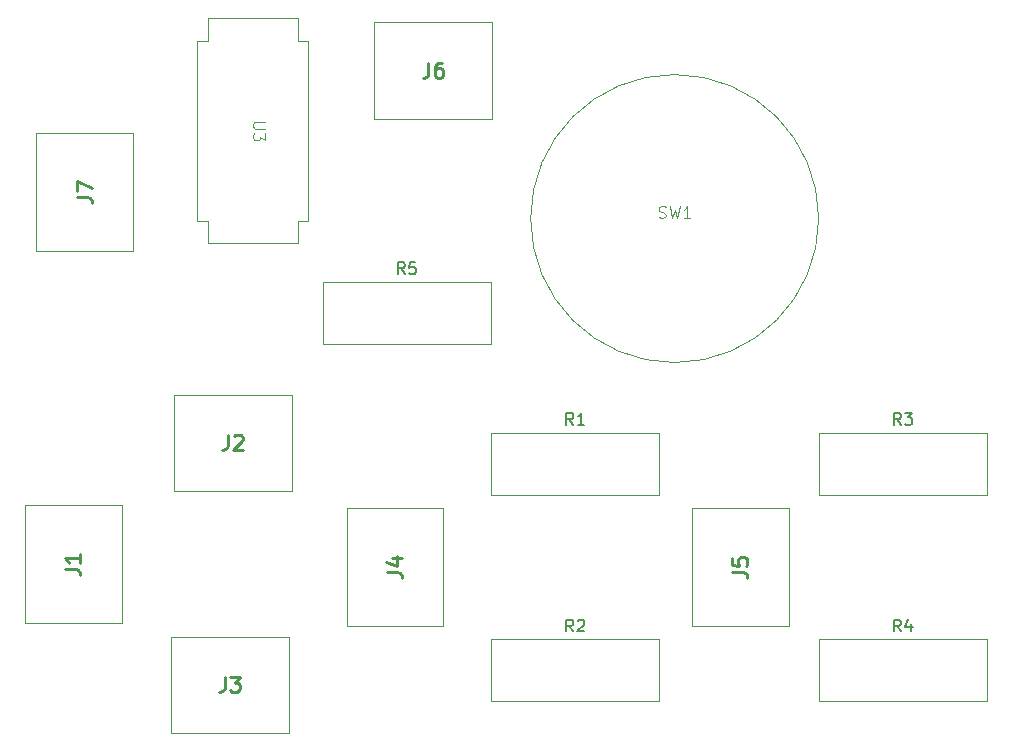
<source format=gbr>
%TF.GenerationSoftware,KiCad,Pcbnew,7.0.7*%
%TF.CreationDate,2024-05-15T22:38:26+02:00*%
%TF.ProjectId,PCB,5043422e-6b69-4636-9164-5f7063625858,rev?*%
%TF.SameCoordinates,Original*%
%TF.FileFunction,Legend,Top*%
%TF.FilePolarity,Positive*%
%FSLAX46Y46*%
G04 Gerber Fmt 4.6, Leading zero omitted, Abs format (unit mm)*
G04 Created by KiCad (PCBNEW 7.0.7) date 2024-05-15 22:38:26*
%MOMM*%
%LPD*%
G01*
G04 APERTURE LIST*
%ADD10C,0.150000*%
%ADD11C,0.100000*%
%ADD12C,0.254000*%
%ADD13C,0.120000*%
G04 APERTURE END LIST*
D10*
X127405333Y-110704819D02*
X127072000Y-110228628D01*
X126833905Y-110704819D02*
X126833905Y-109704819D01*
X126833905Y-109704819D02*
X127214857Y-109704819D01*
X127214857Y-109704819D02*
X127310095Y-109752438D01*
X127310095Y-109752438D02*
X127357714Y-109800057D01*
X127357714Y-109800057D02*
X127405333Y-109895295D01*
X127405333Y-109895295D02*
X127405333Y-110038152D01*
X127405333Y-110038152D02*
X127357714Y-110133390D01*
X127357714Y-110133390D02*
X127310095Y-110181009D01*
X127310095Y-110181009D02*
X127214857Y-110228628D01*
X127214857Y-110228628D02*
X126833905Y-110228628D01*
X127786286Y-109800057D02*
X127833905Y-109752438D01*
X127833905Y-109752438D02*
X127929143Y-109704819D01*
X127929143Y-109704819D02*
X128167238Y-109704819D01*
X128167238Y-109704819D02*
X128262476Y-109752438D01*
X128262476Y-109752438D02*
X128310095Y-109800057D01*
X128310095Y-109800057D02*
X128357714Y-109895295D01*
X128357714Y-109895295D02*
X128357714Y-109990533D01*
X128357714Y-109990533D02*
X128310095Y-110133390D01*
X128310095Y-110133390D02*
X127738667Y-110704819D01*
X127738667Y-110704819D02*
X128357714Y-110704819D01*
D11*
X134666667Y-75659800D02*
X134809524Y-75707419D01*
X134809524Y-75707419D02*
X135047619Y-75707419D01*
X135047619Y-75707419D02*
X135142857Y-75659800D01*
X135142857Y-75659800D02*
X135190476Y-75612180D01*
X135190476Y-75612180D02*
X135238095Y-75516942D01*
X135238095Y-75516942D02*
X135238095Y-75421704D01*
X135238095Y-75421704D02*
X135190476Y-75326466D01*
X135190476Y-75326466D02*
X135142857Y-75278847D01*
X135142857Y-75278847D02*
X135047619Y-75231228D01*
X135047619Y-75231228D02*
X134857143Y-75183609D01*
X134857143Y-75183609D02*
X134761905Y-75135990D01*
X134761905Y-75135990D02*
X134714286Y-75088371D01*
X134714286Y-75088371D02*
X134666667Y-74993133D01*
X134666667Y-74993133D02*
X134666667Y-74897895D01*
X134666667Y-74897895D02*
X134714286Y-74802657D01*
X134714286Y-74802657D02*
X134761905Y-74755038D01*
X134761905Y-74755038D02*
X134857143Y-74707419D01*
X134857143Y-74707419D02*
X135095238Y-74707419D01*
X135095238Y-74707419D02*
X135238095Y-74755038D01*
X135571429Y-74707419D02*
X135809524Y-75707419D01*
X135809524Y-75707419D02*
X136000000Y-74993133D01*
X136000000Y-74993133D02*
X136190476Y-75707419D01*
X136190476Y-75707419D02*
X136428572Y-74707419D01*
X137333333Y-75707419D02*
X136761905Y-75707419D01*
X137047619Y-75707419D02*
X137047619Y-74707419D01*
X137047619Y-74707419D02*
X136952381Y-74850276D01*
X136952381Y-74850276D02*
X136857143Y-74945514D01*
X136857143Y-74945514D02*
X136761905Y-74993133D01*
D12*
X85376318Y-73923332D02*
X86283461Y-73923332D01*
X86283461Y-73923332D02*
X86464889Y-73983809D01*
X86464889Y-73983809D02*
X86585842Y-74104761D01*
X86585842Y-74104761D02*
X86646318Y-74286190D01*
X86646318Y-74286190D02*
X86646318Y-74407142D01*
X85376318Y-73439523D02*
X85376318Y-72592856D01*
X85376318Y-72592856D02*
X86646318Y-73137142D01*
X115148667Y-62554318D02*
X115148667Y-63461461D01*
X115148667Y-63461461D02*
X115088190Y-63642889D01*
X115088190Y-63642889D02*
X114967238Y-63763842D01*
X114967238Y-63763842D02*
X114785809Y-63824318D01*
X114785809Y-63824318D02*
X114664857Y-63824318D01*
X116297714Y-62554318D02*
X116055809Y-62554318D01*
X116055809Y-62554318D02*
X115934857Y-62614794D01*
X115934857Y-62614794D02*
X115874381Y-62675270D01*
X115874381Y-62675270D02*
X115753428Y-62856699D01*
X115753428Y-62856699D02*
X115692952Y-63098603D01*
X115692952Y-63098603D02*
X115692952Y-63582413D01*
X115692952Y-63582413D02*
X115753428Y-63703365D01*
X115753428Y-63703365D02*
X115813905Y-63763842D01*
X115813905Y-63763842D02*
X115934857Y-63824318D01*
X115934857Y-63824318D02*
X116176762Y-63824318D01*
X116176762Y-63824318D02*
X116297714Y-63763842D01*
X116297714Y-63763842D02*
X116358190Y-63703365D01*
X116358190Y-63703365D02*
X116418667Y-63582413D01*
X116418667Y-63582413D02*
X116418667Y-63280032D01*
X116418667Y-63280032D02*
X116358190Y-63159080D01*
X116358190Y-63159080D02*
X116297714Y-63098603D01*
X116297714Y-63098603D02*
X116176762Y-63038127D01*
X116176762Y-63038127D02*
X115934857Y-63038127D01*
X115934857Y-63038127D02*
X115813905Y-63098603D01*
X115813905Y-63098603D02*
X115753428Y-63159080D01*
X115753428Y-63159080D02*
X115692952Y-63280032D01*
X140876318Y-105673332D02*
X141783461Y-105673332D01*
X141783461Y-105673332D02*
X141964889Y-105733809D01*
X141964889Y-105733809D02*
X142085842Y-105854761D01*
X142085842Y-105854761D02*
X142146318Y-106036190D01*
X142146318Y-106036190D02*
X142146318Y-106157142D01*
X140876318Y-104463809D02*
X140876318Y-105068571D01*
X140876318Y-105068571D02*
X141481080Y-105129047D01*
X141481080Y-105129047D02*
X141420603Y-105068571D01*
X141420603Y-105068571D02*
X141360127Y-104947618D01*
X141360127Y-104947618D02*
X141360127Y-104645237D01*
X141360127Y-104645237D02*
X141420603Y-104524285D01*
X141420603Y-104524285D02*
X141481080Y-104463809D01*
X141481080Y-104463809D02*
X141602032Y-104403332D01*
X141602032Y-104403332D02*
X141904413Y-104403332D01*
X141904413Y-104403332D02*
X142025365Y-104463809D01*
X142025365Y-104463809D02*
X142085842Y-104524285D01*
X142085842Y-104524285D02*
X142146318Y-104645237D01*
X142146318Y-104645237D02*
X142146318Y-104947618D01*
X142146318Y-104947618D02*
X142085842Y-105068571D01*
X142085842Y-105068571D02*
X142025365Y-105129047D01*
X111626318Y-105673332D02*
X112533461Y-105673332D01*
X112533461Y-105673332D02*
X112714889Y-105733809D01*
X112714889Y-105733809D02*
X112835842Y-105854761D01*
X112835842Y-105854761D02*
X112896318Y-106036190D01*
X112896318Y-106036190D02*
X112896318Y-106157142D01*
X112049651Y-104524285D02*
X112896318Y-104524285D01*
X111565842Y-104826666D02*
X112472984Y-105129047D01*
X112472984Y-105129047D02*
X112472984Y-104342856D01*
X97898667Y-114554318D02*
X97898667Y-115461461D01*
X97898667Y-115461461D02*
X97838190Y-115642889D01*
X97838190Y-115642889D02*
X97717238Y-115763842D01*
X97717238Y-115763842D02*
X97535809Y-115824318D01*
X97535809Y-115824318D02*
X97414857Y-115824318D01*
X98382476Y-114554318D02*
X99168667Y-114554318D01*
X99168667Y-114554318D02*
X98745333Y-115038127D01*
X98745333Y-115038127D02*
X98926762Y-115038127D01*
X98926762Y-115038127D02*
X99047714Y-115098603D01*
X99047714Y-115098603D02*
X99108190Y-115159080D01*
X99108190Y-115159080D02*
X99168667Y-115280032D01*
X99168667Y-115280032D02*
X99168667Y-115582413D01*
X99168667Y-115582413D02*
X99108190Y-115703365D01*
X99108190Y-115703365D02*
X99047714Y-115763842D01*
X99047714Y-115763842D02*
X98926762Y-115824318D01*
X98926762Y-115824318D02*
X98563905Y-115824318D01*
X98563905Y-115824318D02*
X98442952Y-115763842D01*
X98442952Y-115763842D02*
X98382476Y-115703365D01*
X98148667Y-94054318D02*
X98148667Y-94961461D01*
X98148667Y-94961461D02*
X98088190Y-95142889D01*
X98088190Y-95142889D02*
X97967238Y-95263842D01*
X97967238Y-95263842D02*
X97785809Y-95324318D01*
X97785809Y-95324318D02*
X97664857Y-95324318D01*
X98692952Y-94175270D02*
X98753428Y-94114794D01*
X98753428Y-94114794D02*
X98874381Y-94054318D01*
X98874381Y-94054318D02*
X99176762Y-94054318D01*
X99176762Y-94054318D02*
X99297714Y-94114794D01*
X99297714Y-94114794D02*
X99358190Y-94175270D01*
X99358190Y-94175270D02*
X99418667Y-94296222D01*
X99418667Y-94296222D02*
X99418667Y-94417175D01*
X99418667Y-94417175D02*
X99358190Y-94598603D01*
X99358190Y-94598603D02*
X98632476Y-95324318D01*
X98632476Y-95324318D02*
X99418667Y-95324318D01*
X84376318Y-105423332D02*
X85283461Y-105423332D01*
X85283461Y-105423332D02*
X85464889Y-105483809D01*
X85464889Y-105483809D02*
X85585842Y-105604761D01*
X85585842Y-105604761D02*
X85646318Y-105786190D01*
X85646318Y-105786190D02*
X85646318Y-105907142D01*
X85646318Y-104153332D02*
X85646318Y-104879047D01*
X85646318Y-104516190D02*
X84376318Y-104516190D01*
X84376318Y-104516190D02*
X84557746Y-104637142D01*
X84557746Y-104637142D02*
X84678699Y-104758094D01*
X84678699Y-104758094D02*
X84739175Y-104879047D01*
D11*
X101304580Y-67568095D02*
X100495057Y-67568095D01*
X100495057Y-67568095D02*
X100399819Y-67615714D01*
X100399819Y-67615714D02*
X100352200Y-67663333D01*
X100352200Y-67663333D02*
X100304580Y-67758571D01*
X100304580Y-67758571D02*
X100304580Y-67949047D01*
X100304580Y-67949047D02*
X100352200Y-68044285D01*
X100352200Y-68044285D02*
X100399819Y-68091904D01*
X100399819Y-68091904D02*
X100495057Y-68139523D01*
X100495057Y-68139523D02*
X101304580Y-68139523D01*
X101304580Y-68520476D02*
X101304580Y-69139523D01*
X101304580Y-69139523D02*
X100923628Y-68806190D01*
X100923628Y-68806190D02*
X100923628Y-68949047D01*
X100923628Y-68949047D02*
X100876009Y-69044285D01*
X100876009Y-69044285D02*
X100828390Y-69091904D01*
X100828390Y-69091904D02*
X100733152Y-69139523D01*
X100733152Y-69139523D02*
X100495057Y-69139523D01*
X100495057Y-69139523D02*
X100399819Y-69091904D01*
X100399819Y-69091904D02*
X100352200Y-69044285D01*
X100352200Y-69044285D02*
X100304580Y-68949047D01*
X100304580Y-68949047D02*
X100304580Y-68663333D01*
X100304580Y-68663333D02*
X100352200Y-68568095D01*
X100352200Y-68568095D02*
X100399819Y-68520476D01*
D10*
X113155333Y-80454819D02*
X112822000Y-79978628D01*
X112583905Y-80454819D02*
X112583905Y-79454819D01*
X112583905Y-79454819D02*
X112964857Y-79454819D01*
X112964857Y-79454819D02*
X113060095Y-79502438D01*
X113060095Y-79502438D02*
X113107714Y-79550057D01*
X113107714Y-79550057D02*
X113155333Y-79645295D01*
X113155333Y-79645295D02*
X113155333Y-79788152D01*
X113155333Y-79788152D02*
X113107714Y-79883390D01*
X113107714Y-79883390D02*
X113060095Y-79931009D01*
X113060095Y-79931009D02*
X112964857Y-79978628D01*
X112964857Y-79978628D02*
X112583905Y-79978628D01*
X114060095Y-79454819D02*
X113583905Y-79454819D01*
X113583905Y-79454819D02*
X113536286Y-79931009D01*
X113536286Y-79931009D02*
X113583905Y-79883390D01*
X113583905Y-79883390D02*
X113679143Y-79835771D01*
X113679143Y-79835771D02*
X113917238Y-79835771D01*
X113917238Y-79835771D02*
X114012476Y-79883390D01*
X114012476Y-79883390D02*
X114060095Y-79931009D01*
X114060095Y-79931009D02*
X114107714Y-80026247D01*
X114107714Y-80026247D02*
X114107714Y-80264342D01*
X114107714Y-80264342D02*
X114060095Y-80359580D01*
X114060095Y-80359580D02*
X114012476Y-80407200D01*
X114012476Y-80407200D02*
X113917238Y-80454819D01*
X113917238Y-80454819D02*
X113679143Y-80454819D01*
X113679143Y-80454819D02*
X113583905Y-80407200D01*
X113583905Y-80407200D02*
X113536286Y-80359580D01*
X155155333Y-110704819D02*
X154822000Y-110228628D01*
X154583905Y-110704819D02*
X154583905Y-109704819D01*
X154583905Y-109704819D02*
X154964857Y-109704819D01*
X154964857Y-109704819D02*
X155060095Y-109752438D01*
X155060095Y-109752438D02*
X155107714Y-109800057D01*
X155107714Y-109800057D02*
X155155333Y-109895295D01*
X155155333Y-109895295D02*
X155155333Y-110038152D01*
X155155333Y-110038152D02*
X155107714Y-110133390D01*
X155107714Y-110133390D02*
X155060095Y-110181009D01*
X155060095Y-110181009D02*
X154964857Y-110228628D01*
X154964857Y-110228628D02*
X154583905Y-110228628D01*
X156012476Y-110038152D02*
X156012476Y-110704819D01*
X155774381Y-109657200D02*
X155536286Y-110371485D01*
X155536286Y-110371485D02*
X156155333Y-110371485D01*
X155155333Y-93204819D02*
X154822000Y-92728628D01*
X154583905Y-93204819D02*
X154583905Y-92204819D01*
X154583905Y-92204819D02*
X154964857Y-92204819D01*
X154964857Y-92204819D02*
X155060095Y-92252438D01*
X155060095Y-92252438D02*
X155107714Y-92300057D01*
X155107714Y-92300057D02*
X155155333Y-92395295D01*
X155155333Y-92395295D02*
X155155333Y-92538152D01*
X155155333Y-92538152D02*
X155107714Y-92633390D01*
X155107714Y-92633390D02*
X155060095Y-92681009D01*
X155060095Y-92681009D02*
X154964857Y-92728628D01*
X154964857Y-92728628D02*
X154583905Y-92728628D01*
X155488667Y-92204819D02*
X156107714Y-92204819D01*
X156107714Y-92204819D02*
X155774381Y-92585771D01*
X155774381Y-92585771D02*
X155917238Y-92585771D01*
X155917238Y-92585771D02*
X156012476Y-92633390D01*
X156012476Y-92633390D02*
X156060095Y-92681009D01*
X156060095Y-92681009D02*
X156107714Y-92776247D01*
X156107714Y-92776247D02*
X156107714Y-93014342D01*
X156107714Y-93014342D02*
X156060095Y-93109580D01*
X156060095Y-93109580D02*
X156012476Y-93157200D01*
X156012476Y-93157200D02*
X155917238Y-93204819D01*
X155917238Y-93204819D02*
X155631524Y-93204819D01*
X155631524Y-93204819D02*
X155536286Y-93157200D01*
X155536286Y-93157200D02*
X155488667Y-93109580D01*
X127405333Y-93204819D02*
X127072000Y-92728628D01*
X126833905Y-93204819D02*
X126833905Y-92204819D01*
X126833905Y-92204819D02*
X127214857Y-92204819D01*
X127214857Y-92204819D02*
X127310095Y-92252438D01*
X127310095Y-92252438D02*
X127357714Y-92300057D01*
X127357714Y-92300057D02*
X127405333Y-92395295D01*
X127405333Y-92395295D02*
X127405333Y-92538152D01*
X127405333Y-92538152D02*
X127357714Y-92633390D01*
X127357714Y-92633390D02*
X127310095Y-92681009D01*
X127310095Y-92681009D02*
X127214857Y-92728628D01*
X127214857Y-92728628D02*
X126833905Y-92728628D01*
X128357714Y-93204819D02*
X127786286Y-93204819D01*
X128072000Y-93204819D02*
X128072000Y-92204819D01*
X128072000Y-92204819D02*
X127976762Y-92347676D01*
X127976762Y-92347676D02*
X127881524Y-92442914D01*
X127881524Y-92442914D02*
X127786286Y-92490533D01*
D13*
%TO.C,R2*%
X134692000Y-111380000D02*
X134692000Y-116620000D01*
X120452000Y-116620000D02*
X134692000Y-116620000D01*
X120452000Y-111380000D02*
X134692000Y-111380000D01*
X120452000Y-111380000D02*
X120452000Y-116620000D01*
D11*
%TO.C,SW1*%
X148192000Y-75750000D02*
G75*
G03*
X148192000Y-75750000I-12192000J0D01*
G01*
%TO.C,J7*%
X81972000Y-78500000D02*
X90172000Y-78500000D01*
X90172000Y-78500000D02*
X90172000Y-68500000D01*
X81972000Y-68500000D02*
X81972000Y-78500000D01*
X90172000Y-68500000D02*
X81972000Y-68500000D01*
%TO.C,J6*%
X120572000Y-67350000D02*
X120572000Y-59150000D01*
X120572000Y-59150000D02*
X110572000Y-59150000D01*
X110572000Y-67350000D02*
X120572000Y-67350000D01*
X110572000Y-59150000D02*
X110572000Y-67350000D01*
%TO.C,J5*%
X145672000Y-100250000D02*
X137472000Y-100250000D01*
X137472000Y-100250000D02*
X137472000Y-110250000D01*
X145672000Y-110250000D02*
X145672000Y-100250000D01*
X137472000Y-110250000D02*
X145672000Y-110250000D01*
%TO.C,J4*%
X116422000Y-100250000D02*
X108222000Y-100250000D01*
X108222000Y-100250000D02*
X108222000Y-110250000D01*
X116422000Y-110250000D02*
X116422000Y-100250000D01*
X108222000Y-110250000D02*
X116422000Y-110250000D01*
%TO.C,J3*%
X103322000Y-119350000D02*
X103322000Y-111150000D01*
X103322000Y-111150000D02*
X93322000Y-111150000D01*
X93322000Y-119350000D02*
X103322000Y-119350000D01*
X93322000Y-111150000D02*
X93322000Y-119350000D01*
%TO.C,J2*%
X93572000Y-90650000D02*
X93572000Y-98850000D01*
X93572000Y-98850000D02*
X103572000Y-98850000D01*
X103572000Y-90650000D02*
X93572000Y-90650000D01*
X103572000Y-98850000D02*
X103572000Y-90650000D01*
%TO.C,J1*%
X89172000Y-100000000D02*
X80972000Y-100000000D01*
X80972000Y-100000000D02*
X80972000Y-110000000D01*
X89172000Y-110000000D02*
X89172000Y-100000000D01*
X80972000Y-110000000D02*
X89172000Y-110000000D01*
%TO.C,U3*%
X96452000Y-77855000D02*
X104072000Y-77855000D01*
X104072000Y-77855000D02*
X104072000Y-75950000D01*
X95563000Y-75950000D02*
X96452000Y-75950000D01*
X96452000Y-75950000D02*
X96452000Y-77855000D01*
X104961000Y-75950000D02*
X104072000Y-75950000D01*
X95563000Y-60710000D02*
X95563000Y-75950000D01*
X96452000Y-60710000D02*
X95563000Y-60710000D01*
X104072000Y-60710000D02*
X104961000Y-60710000D01*
X104961000Y-60710000D02*
X104961000Y-75950000D01*
X96452000Y-58805000D02*
X96452000Y-60710000D01*
X96452000Y-58805000D02*
X104072000Y-58805000D01*
X104072000Y-58805000D02*
X104072000Y-60710000D01*
D13*
%TO.C,R5*%
X120442000Y-81130000D02*
X120442000Y-86370000D01*
X106202000Y-86370000D02*
X120442000Y-86370000D01*
X106202000Y-81130000D02*
X120442000Y-81130000D01*
X106202000Y-81130000D02*
X106202000Y-86370000D01*
%TO.C,R4*%
X148202000Y-111380000D02*
X148202000Y-116620000D01*
X148202000Y-111380000D02*
X162442000Y-111380000D01*
X148202000Y-116620000D02*
X162442000Y-116620000D01*
X162442000Y-111380000D02*
X162442000Y-116620000D01*
%TO.C,R3*%
X162442000Y-93880000D02*
X162442000Y-99120000D01*
X148202000Y-99120000D02*
X162442000Y-99120000D01*
X148202000Y-93880000D02*
X162442000Y-93880000D01*
X148202000Y-93880000D02*
X148202000Y-99120000D01*
%TO.C,R1*%
X120452000Y-93880000D02*
X120452000Y-99120000D01*
X120452000Y-93880000D02*
X134692000Y-93880000D01*
X120452000Y-99120000D02*
X134692000Y-99120000D01*
X134692000Y-93880000D02*
X134692000Y-99120000D01*
%TD*%
M02*

</source>
